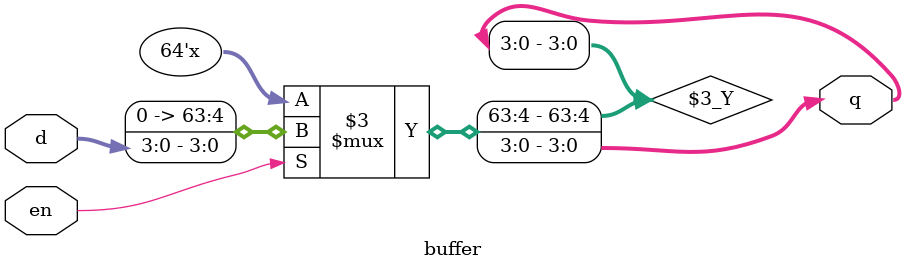
<source format=v>
`ifndef buffer_v
 `define buffer_v

`timescale 1ns/1ps



module buffer(d, en, q);

   parameter bits = 4;

   input [bits-1:0] 	 d;
   input 		 en;

   output reg [bits-1:0] q;

   assign q = en == 1'b1 ? d : 64'hz;

endmodule // buffer

`endif //  `ifndef buffer_v

// End of file.

</source>
